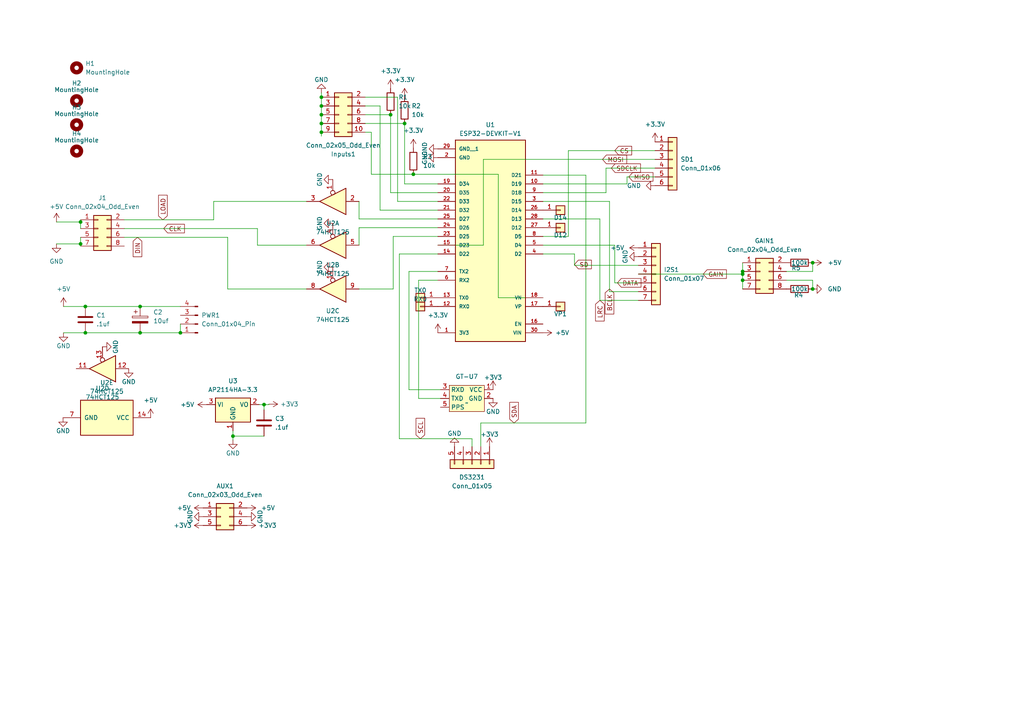
<source format=kicad_sch>
(kicad_sch (version 20230121) (generator eeschema)
  (paper "A4")
  (lib_symbols
    (symbol "74xx:74LS125" (pin_names (offset 1.016))
      (property "Reference" "U" (at 0 1.27 0))
      (property "Value" "74LS125" (at 0 -1.27 0))
      (symbol "74LS125_1_0"
        (polyline (pts (xy -3.81 3.81) (xy -3.81 -3.81) (xy 3.81 0) (xy -3.81 3.81)) (stroke (width 0.254)) (fill (type background)))
        (pin input inverted (at 0 -6.35 90) (length 4.445) (name "~") (number "1"))
        (pin input line (at -7.62 0 0) (length 3.81) (name "~") (number "2"))
        (pin tri_state line (at 7.62 0 180) (length 3.81) (name "~") (number "3"))
      )
      (symbol "74LS125_2_0"
        (polyline (pts (xy -3.81 3.81) (xy -3.81 -3.81) (xy 3.81 0) (xy -3.81 3.81)) (stroke (width 0.254)) (fill (type background)))
        (pin input inverted (at 0 -6.35 90) (length 4.445) (name "~") (number "4"))
        (pin input line (at -7.62 0 0) (length 3.81) (name "~") (number "5"))
        (pin tri_state line (at 7.62 0 180) (length 3.81) (name "~") (number "6"))
      )
      (symbol "74LS125_3_0"
        (polyline (pts (xy -3.81 3.81) (xy -3.81 -3.81) (xy 3.81 0) (xy -3.81 3.81)) (stroke (width 0.254)) (fill (type background)))
        (pin input inverted (at 0 -6.35 90) (length 4.445) (name "~") (number "10"))
        (pin tri_state line (at 7.62 0 180) (length 3.81) (name "~") (number "8"))
        (pin input line (at -7.62 0 0) (length 3.81) (name "~") (number "9"))
      )
      (symbol "74LS125_4_0"
        (polyline (pts (xy -3.81 3.81) (xy -3.81 -3.81) (xy 3.81 0) (xy -3.81 3.81)) (stroke (width 0.254)) (fill (type background)))
        (pin tri_state line (at 7.62 0 180) (length 3.81) (name "~") (number "11"))
        (pin input line (at -7.62 0 0) (length 3.81) (name "~") (number "12"))
        (pin input inverted (at 0 -6.35 90) (length 4.445) (name "~") (number "13"))
      )
      (symbol "74LS125_5_0"
        (pin power_in line (at 0 12.7 270) (length 5.08) (name "VCC") (number "14"))
        (pin power_in line (at 0 -12.7 90) (length 5.08) (name "GND") (number "7"))
      )
      (symbol "74LS125_5_1"
        (rectangle (start -5.08 7.62) (end 5.08 -7.62) (stroke (width 0.254)) (fill (type background)))
      )
    )
    (symbol "Connector:Conn_01x04_Pin" (pin_names (offset 1.016) hide)
      (property "Reference" "J" (at 0 5.08 0))
      (property "Value" "Conn_01x04_Pin" (at 0 -7.62 0))
      (symbol "Conn_01x04_Pin_1_1"
        (polyline (pts (xy 1.27 -5.08) (xy 0.8636 -5.08)) (stroke (width 0.1524)))
        (polyline (pts (xy 1.27 -2.54) (xy 0.8636 -2.54)) (stroke (width 0.1524)))
        (polyline (pts (xy 1.27 0) (xy 0.8636 0)) (stroke (width 0.1524)))
        (polyline (pts (xy 1.27 2.54) (xy 0.8636 2.54)) (stroke (width 0.1524)))
        (rectangle (start 0.8636 -4.953) (end 0 -5.207) (stroke (width 0.1524)) (fill (type outline)))
        (rectangle (start 0.8636 -2.413) (end 0 -2.667) (stroke (width 0.1524)) (fill (type outline)))
        (rectangle (start 0.8636 0.127) (end 0 -0.127) (stroke (width 0.1524)) (fill (type outline)))
        (rectangle (start 0.8636 2.667) (end 0 2.413) (stroke (width 0.1524)) (fill (type outline)))
        (pin passive line (at 5.08 2.54 180) (length 3.81) (name "Pin_1") (number "1"))
        (pin passive line (at 5.08 0 180) (length 3.81) (name "Pin_2") (number "2"))
        (pin passive line (at 5.08 -2.54 180) (length 3.81) (name "Pin_3") (number "3"))
        (pin passive line (at 5.08 -5.08 180) (length 3.81) (name "Pin_4") (number "4"))
      )
    )
    (symbol "Connector_Generic:Conn_01x01" (pin_names (offset 1.016) hide)
      (property "Reference" "J" (at 0 2.54 0))
      (property "Value" "Conn_01x01" (at 0 -2.54 0))
      (symbol "Conn_01x01_1_1"
        (rectangle (start -1.27 0.127) (end 0 -0.127) (stroke (width 0.1524)))
        (rectangle (start -1.27 1.27) (end 1.27 -1.27) (stroke (width 0.254)) (fill (type background)))
        (pin passive line (at -5.08 0 0) (length 3.81) (name "Pin_1") (number "1"))
      )
    )
    (symbol "Connector_Generic:Conn_01x05" (pin_names (offset 1.016) hide)
      (property "Reference" "J" (at 0 7.62 0))
      (property "Value" "Conn_01x05" (at 0 -7.62 0))
      (symbol "Conn_01x05_1_1"
        (rectangle (start -1.27 -4.953) (end 0 -5.207) (stroke (width 0.1524)))
        (rectangle (start -1.27 -2.413) (end 0 -2.667) (stroke (width 0.1524)))
        (rectangle (start -1.27 0.127) (end 0 -0.127) (stroke (width 0.1524)))
        (rectangle (start -1.27 2.667) (end 0 2.413) (stroke (width 0.1524)))
        (rectangle (start -1.27 5.207) (end 0 4.953) (stroke (width 0.1524)))
        (rectangle (start -1.27 6.35) (end 1.27 -6.35) (stroke (width 0.254)) (fill (type background)))
        (pin passive line (at -5.08 5.08 0) (length 3.81) (name "Pin_1") (number "1"))
        (pin passive line (at -5.08 2.54 0) (length 3.81) (name "Pin_2") (number "2"))
        (pin passive line (at -5.08 0 0) (length 3.81) (name "Pin_3") (number "3"))
        (pin passive line (at -5.08 -2.54 0) (length 3.81) (name "Pin_4") (number "4"))
        (pin passive line (at -5.08 -5.08 0) (length 3.81) (name "Pin_5") (number "5"))
      )
    )
    (symbol "Connector_Generic:Conn_01x06" (pin_names (offset 1.016) hide)
      (property "Reference" "J" (at 0 7.62 0))
      (property "Value" "Conn_01x06" (at 0 -10.16 0))
      (symbol "Conn_01x06_1_1"
        (rectangle (start -1.27 -7.493) (end 0 -7.747) (stroke (width 0.1524)))
        (rectangle (start -1.27 -4.953) (end 0 -5.207) (stroke (width 0.1524)))
        (rectangle (start -1.27 -2.413) (end 0 -2.667) (stroke (width 0.1524)))
        (rectangle (start -1.27 0.127) (end 0 -0.127) (stroke (width 0.1524)))
        (rectangle (start -1.27 2.667) (end 0 2.413) (stroke (width 0.1524)))
        (rectangle (start -1.27 5.207) (end 0 4.953) (stroke (width 0.1524)))
        (rectangle (start -1.27 6.35) (end 1.27 -8.89) (stroke (width 0.254)) (fill (type background)))
        (pin passive line (at -5.08 5.08 0) (length 3.81) (name "Pin_1") (number "1"))
        (pin passive line (at -5.08 2.54 0) (length 3.81) (name "Pin_2") (number "2"))
        (pin passive line (at -5.08 0 0) (length 3.81) (name "Pin_3") (number "3"))
        (pin passive line (at -5.08 -2.54 0) (length 3.81) (name "Pin_4") (number "4"))
        (pin passive line (at -5.08 -5.08 0) (length 3.81) (name "Pin_5") (number "5"))
        (pin passive line (at -5.08 -7.62 0) (length 3.81) (name "Pin_6") (number "6"))
      )
    )
    (symbol "Connector_Generic:Conn_01x07" (pin_names (offset 1.016) hide)
      (property "Reference" "J" (at 0 10.16 0))
      (property "Value" "Conn_01x07" (at 0 -10.16 0))
      (symbol "Conn_01x07_1_1"
        (rectangle (start -1.27 -7.493) (end 0 -7.747) (stroke (width 0.1524)))
        (rectangle (start -1.27 -4.953) (end 0 -5.207) (stroke (width 0.1524)))
        (rectangle (start -1.27 -2.413) (end 0 -2.667) (stroke (width 0.1524)))
        (rectangle (start -1.27 0.127) (end 0 -0.127) (stroke (width 0.1524)))
        (rectangle (start -1.27 2.667) (end 0 2.413) (stroke (width 0.1524)))
        (rectangle (start -1.27 5.207) (end 0 4.953) (stroke (width 0.1524)))
        (rectangle (start -1.27 7.747) (end 0 7.493) (stroke (width 0.1524)))
        (rectangle (start -1.27 8.89) (end 1.27 -8.89) (stroke (width 0.254)) (fill (type background)))
        (pin passive line (at -5.08 7.62 0) (length 3.81) (name "Pin_1") (number "1"))
        (pin passive line (at -5.08 5.08 0) (length 3.81) (name "Pin_2") (number "2"))
        (pin passive line (at -5.08 2.54 0) (length 3.81) (name "Pin_3") (number "3"))
        (pin passive line (at -5.08 0 0) (length 3.81) (name "Pin_4") (number "4"))
        (pin passive line (at -5.08 -2.54 0) (length 3.81) (name "Pin_5") (number "5"))
        (pin passive line (at -5.08 -5.08 0) (length 3.81) (name "Pin_6") (number "6"))
        (pin passive line (at -5.08 -7.62 0) (length 3.81) (name "Pin_7") (number "7"))
      )
    )
    (symbol "Connector_Generic:Conn_02x03_Odd_Even" (pin_names (offset 1.016) hide)
      (property "Reference" "J" (at 1.27 5.08 0))
      (property "Value" "Conn_02x03_Odd_Even" (at 1.27 -5.08 0))
      (symbol "Conn_02x03_Odd_Even_1_1"
        (rectangle (start -1.27 -2.413) (end 0 -2.667) (stroke (width 0.1524)))
        (rectangle (start -1.27 0.127) (end 0 -0.127) (stroke (width 0.1524)))
        (rectangle (start -1.27 2.667) (end 0 2.413) (stroke (width 0.1524)))
        (rectangle (start -1.27 3.81) (end 3.81 -3.81) (stroke (width 0.254)) (fill (type background)))
        (rectangle (start 3.81 -2.413) (end 2.54 -2.667) (stroke (width 0.1524)))
        (rectangle (start 3.81 0.127) (end 2.54 -0.127) (stroke (width 0.1524)))
        (rectangle (start 3.81 2.667) (end 2.54 2.413) (stroke (width 0.1524)))
        (pin passive line (at -5.08 2.54 0) (length 3.81) (name "Pin_1") (number "1"))
        (pin passive line (at 7.62 2.54 180) (length 3.81) (name "Pin_2") (number "2"))
        (pin passive line (at -5.08 0 0) (length 3.81) (name "Pin_3") (number "3"))
        (pin passive line (at 7.62 0 180) (length 3.81) (name "Pin_4") (number "4"))
        (pin passive line (at -5.08 -2.54 0) (length 3.81) (name "Pin_5") (number "5"))
        (pin passive line (at 7.62 -2.54 180) (length 3.81) (name "Pin_6") (number "6"))
      )
    )
    (symbol "Connector_Generic:Conn_02x04_Odd_Even" (pin_names (offset 1.016) hide)
      (property "Reference" "J" (at 1.27 5.08 0))
      (property "Value" "Conn_02x04_Odd_Even" (at 1.27 -7.62 0))
      (symbol "Conn_02x04_Odd_Even_1_1"
        (rectangle (start -1.27 -4.953) (end 0 -5.207) (stroke (width 0.1524)))
        (rectangle (start -1.27 -2.413) (end 0 -2.667) (stroke (width 0.1524)))
        (rectangle (start -1.27 0.127) (end 0 -0.127) (stroke (width 0.1524)))
        (rectangle (start -1.27 2.667) (end 0 2.413) (stroke (width 0.1524)))
        (rectangle (start -1.27 3.81) (end 3.81 -6.35) (stroke (width 0.254)) (fill (type background)))
        (rectangle (start 3.81 -4.953) (end 2.54 -5.207) (stroke (width 0.1524)))
        (rectangle (start 3.81 -2.413) (end 2.54 -2.667) (stroke (width 0.1524)))
        (rectangle (start 3.81 0.127) (end 2.54 -0.127) (stroke (width 0.1524)))
        (rectangle (start 3.81 2.667) (end 2.54 2.413) (stroke (width 0.1524)))
        (pin passive line (at -5.08 2.54 0) (length 3.81) (name "Pin_1") (number "1"))
        (pin passive line (at 7.62 2.54 180) (length 3.81) (name "Pin_2") (number "2"))
        (pin passive line (at -5.08 0 0) (length 3.81) (name "Pin_3") (number "3"))
        (pin passive line (at 7.62 0 180) (length 3.81) (name "Pin_4") (number "4"))
        (pin passive line (at -5.08 -2.54 0) (length 3.81) (name "Pin_5") (number "5"))
        (pin passive line (at 7.62 -2.54 180) (length 3.81) (name "Pin_6") (number "6"))
        (pin passive line (at -5.08 -5.08 0) (length 3.81) (name "Pin_7") (number "7"))
        (pin passive line (at 7.62 -5.08 180) (length 3.81) (name "Pin_8") (number "8"))
      )
    )
    (symbol "Connector_Generic:Conn_02x05_Odd_Even" (pin_names (offset 1.016) hide)
      (property "Reference" "J" (at 1.27 7.62 0))
      (property "Value" "Conn_02x05_Odd_Even" (at 1.27 -7.62 0))
      (symbol "Conn_02x05_Odd_Even_1_1"
        (rectangle (start -1.27 -4.953) (end 0 -5.207) (stroke (width 0.1524)))
        (rectangle (start -1.27 -2.413) (end 0 -2.667) (stroke (width 0.1524)))
        (rectangle (start -1.27 0.127) (end 0 -0.127) (stroke (width 0.1524)))
        (rectangle (start -1.27 2.667) (end 0 2.413) (stroke (width 0.1524)))
        (rectangle (start -1.27 5.207) (end 0 4.953) (stroke (width 0.1524)))
        (rectangle (start -1.27 6.35) (end 3.81 -6.35) (stroke (width 0.254)) (fill (type background)))
        (rectangle (start 3.81 -4.953) (end 2.54 -5.207) (stroke (width 0.1524)))
        (rectangle (start 3.81 -2.413) (end 2.54 -2.667) (stroke (width 0.1524)))
        (rectangle (start 3.81 0.127) (end 2.54 -0.127) (stroke (width 0.1524)))
        (rectangle (start 3.81 2.667) (end 2.54 2.413) (stroke (width 0.1524)))
        (rectangle (start 3.81 5.207) (end 2.54 4.953) (stroke (width 0.1524)))
        (pin passive line (at -5.08 5.08 0) (length 3.81) (name "Pin_1") (number "1"))
        (pin passive line (at 7.62 -5.08 180) (length 3.81) (name "Pin_10") (number "10"))
        (pin passive line (at 7.62 5.08 180) (length 3.81) (name "Pin_2") (number "2"))
        (pin passive line (at -5.08 2.54 0) (length 3.81) (name "Pin_3") (number "3"))
        (pin passive line (at 7.62 2.54 180) (length 3.81) (name "Pin_4") (number "4"))
        (pin passive line (at -5.08 0 0) (length 3.81) (name "Pin_5") (number "5"))
        (pin passive line (at 7.62 0 180) (length 3.81) (name "Pin_6") (number "6"))
        (pin passive line (at -5.08 -2.54 0) (length 3.81) (name "Pin_7") (number "7"))
        (pin passive line (at 7.62 -2.54 180) (length 3.81) (name "Pin_8") (number "8"))
        (pin passive line (at -5.08 -5.08 0) (length 3.81) (name "Pin_9") (number "9"))
      )
    )
    (symbol "Device:C" (pin_numbers hide) (pin_names (offset 0.254))
      (property "Reference" "C" (at 0.635 2.54 0))
      (property "Value" "C" (at 0.635 -2.54 0))
      (symbol "C_0_1"
        (polyline (pts (xy -2.032 -0.762) (xy 2.032 -0.762)) (stroke (width 0.508)))
        (polyline (pts (xy -2.032 0.762) (xy 2.032 0.762)) (stroke (width 0.508)))
      )
      (symbol "C_1_1"
        (pin passive line (at 0 3.81 270) (length 2.794) (name "~") (number "1"))
        (pin passive line (at 0 -3.81 90) (length 2.794) (name "~") (number "2"))
      )
    )
    (symbol "Device:C_Polarized" (pin_numbers hide) (pin_names (offset 0.254))
      (property "Reference" "C" (at 0.635 2.54 0))
      (property "Value" "C_Polarized" (at 0.635 -2.54 0))
      (symbol "C_Polarized_0_1"
        (rectangle (start -2.286 0.508) (end 2.286 1.016))
        (polyline (pts (xy -1.778 2.286) (xy -0.762 2.286)))
        (polyline (pts (xy -1.27 2.794) (xy -1.27 1.778)))
        (rectangle (start 2.286 -0.508) (end -2.286 -1.016) (fill (type outline)))
      )
      (symbol "C_Polarized_1_1"
        (pin passive line (at 0 3.81 270) (length 2.794) (name "~") (number "1"))
        (pin passive line (at 0 -3.81 90) (length 2.794) (name "~") (number "2"))
      )
    )
    (symbol "Device:R" (pin_numbers hide) (pin_names (offset 0))
      (property "Reference" "R" (at 2.032 0 90))
      (property "Value" "R" (at 0 0 90))
      (symbol "R_0_1"
        (rectangle (start -1.016 -2.54) (end 1.016 2.54) (stroke (width 0.254)))
      )
      (symbol "R_1_1"
        (pin passive line (at 0 3.81 270) (length 1.27) (name "~") (number "1"))
        (pin passive line (at 0 -3.81 90) (length 1.27) (name "~") (number "2"))
      )
    )
    (symbol "ESP32-DEVKIT-V1:ESP32-DEVKIT-V1" (pin_names (offset 1.016))
      (property "Reference" "U" (at -10.16 30.48 0))
      (property "Value" "ESP32-DEVKIT-V1" (at -10.16 -33.02 0))
      (symbol "ESP32-DEVKIT-V1_0_0"
        (rectangle (start -10.16 -30.48) (end 10.16 27.94) (stroke (width 0.254)) (fill (type background)))
        (pin output line (at 15.24 25.4 180) (length 5.08) (name "3V3") (number "1"))
        (pin bidirectional line (at -15.24 -17.78 0) (length 5.08) (name "D19") (number "10"))
        (pin bidirectional line (at -15.24 -20.32 0) (length 5.08) (name "D21") (number "11"))
        (pin input line (at 15.24 17.78 180) (length 5.08) (name "RX0") (number "12"))
        (pin output line (at 15.24 15.24 180) (length 5.08) (name "TX0") (number "13"))
        (pin bidirectional line (at 15.24 2.54 180) (length 5.08) (name "D22") (number "14"))
        (pin bidirectional line (at 15.24 0 180) (length 5.08) (name "D23") (number "15"))
        (pin input line (at -15.24 22.86 0) (length 5.08) (name "EN") (number "16"))
        (pin bidirectional line (at -15.24 17.78 0) (length 5.08) (name "VP") (number "17"))
        (pin bidirectional line (at -15.24 15.24 0) (length 5.08) (name "VN") (number "18"))
        (pin bidirectional line (at 15.24 -17.78 180) (length 5.08) (name "D34") (number "19"))
        (pin power_in line (at 15.24 -25.4 180) (length 5.08) (name "GND") (number "2"))
        (pin bidirectional line (at 15.24 -15.24 180) (length 5.08) (name "D35") (number "20"))
        (pin bidirectional line (at 15.24 -10.16 180) (length 5.08) (name "D32") (number "21"))
        (pin bidirectional line (at 15.24 -12.7 180) (length 5.08) (name "D33") (number "22"))
        (pin bidirectional line (at 15.24 -2.54 180) (length 5.08) (name "D25") (number "23"))
        (pin bidirectional line (at 15.24 -5.08 180) (length 5.08) (name "D26") (number "24"))
        (pin bidirectional line (at 15.24 -7.62 180) (length 5.08) (name "D27") (number "25"))
        (pin bidirectional line (at -15.24 -10.16 0) (length 5.08) (name "D14") (number "26"))
        (pin bidirectional line (at -15.24 -5.08 0) (length 5.08) (name "D12") (number "27"))
        (pin bidirectional line (at -15.24 -7.62 0) (length 5.08) (name "D13") (number "28"))
        (pin power_in line (at 15.24 -27.94 180) (length 5.08) (name "GND__1") (number "29"))
        (pin bidirectional line (at -15.24 -12.7 0) (length 5.08) (name "D15") (number "3"))
        (pin input line (at -15.24 25.4 0) (length 5.08) (name "VIN") (number "30"))
        (pin bidirectional line (at -15.24 2.54 0) (length 5.08) (name "D2") (number "4"))
        (pin bidirectional line (at -15.24 0 0) (length 5.08) (name "D4") (number "5"))
        (pin input line (at 15.24 10.16 180) (length 5.08) (name "RX2") (number "6"))
        (pin output line (at 15.24 7.62 180) (length 5.08) (name "TX2") (number "7"))
        (pin bidirectional line (at -15.24 -2.54 0) (length 5.08) (name "D5") (number "8"))
        (pin bidirectional line (at -15.24 -15.24 0) (length 5.08) (name "D18") (number "9"))
      )
    )
    (symbol "GT-U7_GPS:GT-U7"
      (property "Reference" "U" (at -2.54 6.35 0))
      (symbol "GT-U7_1_1"
        (polyline (pts (xy -5.08 5.08) (xy 5.08 5.08) (xy 5.08 -2.54) (xy -5.08 -2.54) (xy -5.08 5.08)) (fill (type background)))
        (pin input line (at 7.62 3.81 180) (length 2.54) (name "VCC") (number "1"))
        (pin input line (at 7.62 1.27 180) (length 2.54) (name "GND") (number "2"))
        (pin input line (at -7.62 3.81 0) (length 2.54) (name "RXD") (number "3"))
        (pin input line (at -7.62 1.27 0) (length 2.54) (name "TXD") (number "4"))
        (pin input line (at -7.62 -1.27 0) (length 2.54) (name "PPS") (number "5"))
      )
    )
    (symbol "Mechanical:MountingHole" (pin_names (offset 1.016))
      (property "Reference" "H" (at 0 5.08 0))
      (property "Value" "MountingHole" (at 0 3.175 0))
      (symbol "MountingHole_0_1"
        (circle (center 0 0) (radius 1.27) (stroke (width 1.27)))
      )
    )
    (symbol "Regulator_Linear:AMS1117-3.3"
      (property "Reference" "U" (at -3.81 3.175 0))
      (property "Value" "AMS1117-3.3" (at 0 3.175 0))
      (symbol "AMS1117-3.3_0_1"
        (rectangle (start -5.08 -5.08) (end 5.08 1.905) (stroke (width 0.254)) (fill (type background)))
      )
      (symbol "AMS1117-3.3_1_1"
        (pin power_in line (at 0 -7.62 90) (length 2.54) (name "GND") (number "1"))
        (pin power_out line (at 7.62 0 180) (length 2.54) (name "VO") (number "2"))
        (pin power_in line (at -7.62 0 0) (length 2.54) (name "VI") (number "3"))
      )
    )
    (symbol "power:+3.3V" (power) (pin_names (offset 0))
      (property "Value" "+3.3V" (at 0 3.556 0))
      (symbol "+3.3V_0_1"
        (polyline (pts (xy -0.762 1.27) (xy 0 2.54)))
        (polyline (pts (xy 0 0) (xy 0 2.54)))
        (polyline (pts (xy 0 2.54) (xy 0.762 1.27)))
      )
      (symbol "+3.3V_1_1"
        (pin power_in line (at 0 0 90) (length 0) hide (name "+3.3V") (number "1"))
      )
    )
    (symbol "power:+3V3" (power) (pin_names (offset 0))
      (property "Value" "+3V3" (at 0 3.556 0))
      (symbol "+3V3_0_1"
        (polyline (pts (xy -0.762 1.27) (xy 0 2.54)))
        (polyline (pts (xy 0 0) (xy 0 2.54)))
        (polyline (pts (xy 0 2.54) (xy 0.762 1.27)))
      )
      (symbol "+3V3_1_1"
        (pin power_in line (at 0 0 90) (length 0) hide (name "+3V3") (number "1"))
      )
    )
    (symbol "power:+5V" (power) (pin_names (offset 0))
      (property "Value" "+5V" (at 0 3.556 0))
      (symbol "+5V_0_1"
        (polyline (pts (xy -0.762 1.27) (xy 0 2.54)))
        (polyline (pts (xy 0 0) (xy 0 2.54)))
        (polyline (pts (xy 0 2.54) (xy 0.762 1.27)))
      )
      (symbol "+5V_1_1"
        (pin power_in line (at 0 0 90) (length 0) hide (name "+5V") (number "1"))
      )
    )
    (symbol "power:GND" (power) (pin_names (offset 0))
      (property "Value" "GND" (at 0 -3.81 0))
      (symbol "GND_0_1"
        (polyline (pts (xy 0 0) (xy 0 -1.27) (xy 1.27 -1.27) (xy 0 -2.54) (xy -1.27 -1.27) (xy 0 -1.27)))
      )
      (symbol "GND_1_1"
        (pin power_in line (at 0 0 270) (length 0) hide (name "GND") (number "1"))
      )
    )
  )
  (junction (at 93.218 30.734))
  (junction (at 235.712 83.82))
  (junction (at 24.765 96.52))
  (junction (at 93.218 28.194))
  (junction (at 76.581 117.348))
  (junction (at 215.392 79.502))
  (junction (at 40.64 96.52))
  (junction (at 93.218 33.274))
  (junction (at 215.392 78.74))
  (junction (at 52.324 96.52))
  (junction (at 215.392 81.28))
  (junction (at 40.64 88.9))
  (junction (at 119.888 50.546))
  (junction (at 23.368 70.739))
  (junction (at 93.218 35.814))
  (junction (at 24.765 88.9))
  (junction (at 113.284 33.274))
  (junction (at 23.368 64.389))
  (junction (at 93.218 38.354))
  (junction (at 117.348 35.814))
  (junction (at 235.712 76.2))
  (junction (at 67.564 126.492))
  (wire (pts (xy 16.383 70.739) (xy 23.368 70.739)))
  (wire (pts (xy 157.48 73.66) (xy 166.624 73.66)))
  (wire (pts (xy 113.284 55.88) (xy 113.284 33.274)))
  (wire (pts (xy 136.906 129.54) (xy 136.906 127.254)))
  (wire (pts (xy 139.446 122.682) (xy 169.926 122.682)))
  (wire (pts (xy 157.48 68.58) (xy 164.846 68.58)))
  (wire (pts (xy 181.864 51.308) (xy 189.992 51.308)))
  (wire (pts (xy 140.208 46.228) (xy 140.208 71.12)))
  (wire (pts (xy 173.99 87.122) (xy 185.166 87.122)))
  (wire (pts (xy 235.712 78.74) (xy 228.092 78.74)))
  (wire (pts (xy 107.696 50.546) (xy 107.696 38.354)))
  (wire (pts (xy 127 55.88) (xy 113.284 55.88)))
  (wire (pts (xy 18.415 88.9) (xy 24.765 88.9)))
  (wire (pts (xy 24.765 96.52) (xy 40.64 96.52)))
  (wire (pts (xy 67.564 124.968) (xy 67.564 126.492)))
  (wire (pts (xy 166.624 73.66) (xy 166.624 76.962)))
  (wire (pts (xy 105.918 28.194) (xy 115.316 28.194)))
  (wire (pts (xy 175.768 55.88) (xy 157.48 55.88)))
  (wire (pts (xy 118.618 113.03) (xy 127.762 113.03)))
  (wire (pts (xy 23.368 63.754) (xy 23.368 64.389)))
  (wire (pts (xy 127 81.28) (xy 121.412 81.28)))
  (wire (pts (xy 113.284 33.274) (xy 105.918 33.274)))
  (wire (pts (xy 169.926 50.8) (xy 157.48 50.8)))
  (wire (pts (xy 178.308 82.042) (xy 178.308 71.12)))
  (wire (pts (xy 115.316 28.194) (xy 115.316 58.42)))
  (wire (pts (xy 66.04 83.82) (xy 88.9 83.82)))
  (wire (pts (xy 119.888 50.546) (xy 107.696 50.546)))
  (wire (pts (xy 77.978 117.348) (xy 77.978 117.221)))
  (wire (pts (xy 105.918 35.814) (xy 117.348 35.814)))
  (wire (pts (xy 36.068 68.834) (xy 66.04 68.834)))
  (wire (pts (xy 235.712 76.2) (xy 235.712 78.74)))
  (wire (pts (xy 67.564 126.492) (xy 76.581 126.492)))
  (wire (pts (xy 235.712 81.28) (xy 235.712 83.82)))
  (wire (pts (xy 228.092 81.28) (xy 235.712 81.28)))
  (wire (pts (xy 93.218 30.734) (xy 93.218 33.274)))
  (wire (pts (xy 115.316 58.42) (xy 127 58.42)))
  (wire (pts (xy 166.624 76.962) (xy 185.166 76.962)))
  (wire (pts (xy 175.768 48.768) (xy 175.768 55.88)))
  (wire (pts (xy 185.166 84.582) (xy 176.784 84.582)))
  (wire (pts (xy 93.218 28.194) (xy 93.218 30.734)))
  (wire (pts (xy 157.48 58.42) (xy 176.784 58.42)))
  (wire (pts (xy 169.926 122.682) (xy 169.926 50.8)))
  (wire (pts (xy 23.368 64.389) (xy 23.368 66.294)))
  (wire (pts (xy 61.976 63.754) (xy 36.068 63.754)))
  (wire (pts (xy 74.676 71.12) (xy 74.676 66.294)))
  (wire (pts (xy 215.392 79.502) (xy 215.392 81.28)))
  (wire (pts (xy 93.218 33.274) (xy 93.218 35.814)))
  (wire (pts (xy 139.446 129.54) (xy 139.446 122.682)))
  (wire (pts (xy 104.14 83.82) (xy 114.046 83.82)))
  (wire (pts (xy 178.308 71.12) (xy 157.48 71.12)))
  (wire (pts (xy 61.976 58.42) (xy 61.976 63.754)))
  (wire (pts (xy 93.218 39.497) (xy 93.218 38.354)))
  (wire (pts (xy 18.415 96.52) (xy 24.765 96.52)))
  (wire (pts (xy 118.618 78.74) (xy 118.618 113.03)))
  (wire (pts (xy 185.166 79.502) (xy 215.392 79.502)))
  (wire (pts (xy 40.64 88.9) (xy 52.324 88.9)))
  (wire (pts (xy 107.696 38.354) (xy 105.918 38.354)))
  (wire (pts (xy 75.184 117.348) (xy 76.581 117.348)))
  (wire (pts (xy 164.846 43.688) (xy 189.992 43.688)))
  (wire (pts (xy 164.846 68.58) (xy 164.846 43.688)))
  (wire (pts (xy 144.526 86.36) (xy 144.526 50.546)))
  (wire (pts (xy 76.581 117.348) (xy 77.978 117.348)))
  (wire (pts (xy 88.9 58.42) (xy 61.976 58.42)))
  (wire (pts (xy 76.581 118.872) (xy 76.581 117.348)))
  (wire (pts (xy 23.368 68.834) (xy 23.368 70.739)))
  (wire (pts (xy 115.824 73.66) (xy 115.824 127.254)))
  (wire (pts (xy 67.564 126.492) (xy 67.564 127.635)))
  (wire (pts (xy 52.324 93.98) (xy 52.324 96.52)))
  (wire (pts (xy 215.392 78.74) (xy 215.392 76.2)))
  (wire (pts (xy 93.218 26.924) (xy 93.218 28.194)))
  (wire (pts (xy 110.236 60.96) (xy 110.236 30.734)))
  (wire (pts (xy 24.765 88.9) (xy 40.64 88.9)))
  (wire (pts (xy 23.368 70.739) (xy 23.368 71.374)))
  (wire (pts (xy 115.824 127.254) (xy 136.906 127.254)))
  (wire (pts (xy 189.992 48.768) (xy 175.768 48.768)))
  (wire (pts (xy 189.992 46.228) (xy 140.208 46.228)))
  (wire (pts (xy 110.236 30.734) (xy 105.918 30.734)))
  (wire (pts (xy 114.046 83.82) (xy 114.046 68.58)))
  (wire (pts (xy 114.046 68.58) (xy 127 68.58)))
  (wire (pts (xy 181.864 53.34) (xy 181.864 51.308)))
  (wire (pts (xy 117.348 53.34) (xy 127 53.34)))
  (wire (pts (xy 127 60.96) (xy 110.236 60.96)))
  (wire (pts (xy 121.412 81.28) (xy 121.412 115.57)))
  (wire (pts (xy 88.9 71.12) (xy 74.676 71.12)))
  (wire (pts (xy 176.784 58.42) (xy 176.784 84.582)))
  (wire (pts (xy 157.48 53.34) (xy 181.864 53.34)))
  (wire (pts (xy 127 66.04) (xy 104.14 66.04)))
  (wire (pts (xy 66.04 68.834) (xy 66.04 83.82)))
  (wire (pts (xy 215.392 79.502) (xy 215.392 78.74)))
  (wire (pts (xy 127 78.74) (xy 118.618 78.74)))
  (wire (pts (xy 16.383 64.389) (xy 23.368 64.389)))
  (wire (pts (xy 127 73.66) (xy 115.824 73.66)))
  (wire (pts (xy 117.348 35.814) (xy 117.348 53.34)))
  (wire (pts (xy 215.392 81.28) (xy 215.392 83.82)))
  (wire (pts (xy 157.48 86.36) (xy 144.526 86.36)))
  (wire (pts (xy 74.676 66.294) (xy 36.068 66.294)))
  (wire (pts (xy 173.99 63.5) (xy 173.99 87.122)))
  (wire (pts (xy 104.14 63.5) (xy 127 63.5)))
  (wire (pts (xy 157.48 63.5) (xy 173.99 63.5)))
  (wire (pts (xy 140.208 71.12) (xy 127 71.12)))
  (wire (pts (xy 144.526 50.546) (xy 119.888 50.546)))
  (wire (pts (xy 104.14 66.04) (xy 104.14 71.12)))
  (wire (pts (xy 121.412 115.57) (xy 127.762 115.57)))
  (wire (pts (xy 178.308 82.042) (xy 185.166 82.042)))
  (wire (pts (xy 40.64 96.52) (xy 52.324 96.52)))
  (wire (pts (xy 104.14 58.42) (xy 104.14 63.5)))
  (wire (pts (xy 93.218 35.814) (xy 93.218 38.354)))
  (global_label "CS" (shape input) (at 178.308 43.688 0) (property "Intersheetrefs" "${INTERSHEET_REFS}" (effects hide)))
  (global_label "MOSI" (shape input) (at 174.752 46.228 0) (property "Intersheetrefs" "${INTERSHEET_REFS}" (effects hide)))
  (global_label "CLK" (shape input) (at 47.498 66.294 0) (property "Intersheetrefs" "${INTERSHEET_REFS}" (effects hide)))
  (global_label "GAIN" (shape input) (at 203.962 79.502 0) (property "Intersheetrefs" "${INTERSHEET_REFS}" (effects hide)))
  (global_label "BCLK" (shape input) (at 176.784 83.82 270) (property "Intersheetrefs" "${INTERSHEET_REFS}" (effects hide)))
  (global_label "LRC" (shape input) (at 173.99 87.122 270) (property "Intersheetrefs" "${INTERSHEET_REFS}" (effects hide)))
  (global_label "SD" (shape input) (at 166.624 76.708 0) (property "Intersheetrefs" "${INTERSHEET_REFS}" (effects hide)))
  (global_label "SDA" (shape input) (at 149.098 122.682 90) (property "Intersheetrefs" "${INTERSHEET_REFS}" (effects hide)))
  (global_label "DATA" (shape input) (at 179.07 82.042 0) (property "Intersheetrefs" "${INTERSHEET_REFS}" (effects hide)))
  (global_label "MISO" (shape input) (at 182.372 51.308 0) (property "Intersheetrefs" "${INTERSHEET_REFS}" (effects hide)))
  (global_label "LOAD" (shape input) (at 47.244 63.754 90) (property "Intersheetrefs" "${INTERSHEET_REFS}" (effects hide)))
  (global_label "SCL" (shape input) (at 121.92 127.254 90) (property "Intersheetrefs" "${INTERSHEET_REFS}" (effects hide)))
  (global_label "DIN" (shape input) (at 39.878 68.834 270) (property "Intersheetrefs" "${INTERSHEET_REFS}" (effects hide)))
  (global_label "SDCLK" (shape input) (at 177.292 48.768 0) (property "Intersheetrefs" "${INTERSHEET_REFS}" (effects hide)))
  (symbol (lib_id "power:+5V") (at 157.48 96.52 270) (unit 1)
    (property "Reference" "#PWR013" (effects hide))
    (property "Value" "+5V" (at 161.036 96.52 90) (effects (justify left)))
  )
  (symbol (lib_id "power:GND") (at 235.712 83.82 90) (unit 1)
    (property "Reference" "#PWR029" (effects hide))
    (property "Value" "GND" (at 240.03 83.82 90) (effects (justify right)))
  )
  (symbol (lib_id "GT-U7_GPS:GT-U7") (at 135.382 116.84 0) (unit 1)
    (property "Reference" "GT-U7" (at 135.382 109.22 0))
    (property "Value" "~" (at 135.382 116.84 0))
    (property "Footprint" "GT-U7_GPS:GT-U7_GPS" (effects hide))
  )
  (symbol (lib_id "Connector_Generic:Conn_01x01") (at 162.56 66.04 0) (unit 1)
    (property "Reference" "D12" (at 162.56 68.199 0))
    (property "Value" "Conn_01x01" (effects hide))
    (property "Footprint" "footprints:1x01" (effects hide))
  )
  (symbol (lib_id "power:GND") (at 96.52 77.47 270) (unit 1)
    (property "Reference" "#PWR08" (effects hide))
    (property "Value" "GND" (at 92.71 77.47 0))
  )
  (symbol (lib_id "74xx:74LS125") (at 96.52 83.82 180) (unit 3)
    (property "Reference" "U2" (at 96.52 90.17 0))
    (property "Value" "74HCT125" (at 96.52 92.71 0))
    (property "Footprint" "Package_DIP:DIP-14_W7.62mm" (effects hide))
    (property "Datasheet" "http://www.ti.com/lit/gpn/sn74LS125" (effects hide))
  )
  (symbol (lib_id "Connector_Generic:Conn_01x01") (at 162.56 88.9 0) (unit 1)
    (property "Reference" "VP1" (at 162.56 91.059 0))
    (property "Value" "Conn_01x01" (effects hide))
    (property "Footprint" "footprints:1x01" (effects hide))
  )
  (symbol (lib_id "Connector:Conn_01x04_Pin") (at 57.404 93.98 180) (unit 1)
    (property "Reference" "PWR1" (at 58.42 91.44 0) (effects (justify right)))
    (property "Value" "Conn_01x04_Pin" (at 58.42 93.98 0) (effects (justify right)))
    (property "Footprint" "Connector_PinHeader_2.54mm:PinHeader_1x04_P2.54mm_Vertical" (effects hide))
  )
  (symbol (lib_id "power:GND") (at 143.002 115.57 0) (unit 1)
    (property "Reference" "#PWR015" (effects hide))
    (property "Value" "GND" (at 143.002 119.38 0))
  )
  (symbol (lib_id "Connector_Generic:Conn_01x01") (at 162.56 60.96 0) (unit 1)
    (property "Reference" "D14" (at 162.56 63.119 0))
    (property "Value" "Conn_01x01" (effects hide))
    (property "Footprint" "footprints:1x01" (effects hide))
  )
  (symbol (lib_id "Device:R") (at 231.902 76.2 90) (unit 1)
    (property "Reference" "R5" (at 230.886 77.724 90))
    (property "Value" "100k" (at 231.902 76.2 90))
    (property "Footprint" "Resistor_SMD:R_0805_2012Metric_Pad1.20x1.40mm_HandSolder" (effects hide))
  )
  (symbol (lib_id "power:GND") (at 96.52 52.07 270) (unit 1)
    (property "Reference" "#PWR010" (effects hide))
    (property "Value" "GND" (at 92.71 52.07 0))
  )
  (symbol (lib_id "Device:R") (at 119.888 46.736 0) (unit 1)
    (property "Reference" "R3" (at 122.682 45.466 0) (effects (justify left)))
    (property "Value" "10k" (at 122.682 48.006 0) (effects (justify left)))
    (property "Footprint" "Resistor_SMD:R_0805_2012Metric_Pad1.20x1.40mm_HandSolder" (effects hide))
  )
  (symbol (lib_id "Connector_Generic:Conn_01x06") (at 195.072 46.228 0) (unit 1)
    (property "Reference" "SD1" (at 197.358 46.228 0) (effects (justify left)))
    (property "Value" "Conn_01x06" (at 197.358 48.768 0) (effects (justify left)))
    (property "Footprint" "Connector_PinHeader_2.54mm:PinHeader_1x06_P2.54mm_Vertical" (effects hide))
  )
  (symbol (lib_id "Connector_Generic:Conn_02x04_Odd_Even") (at 28.448 66.294 0) (unit 1)
    (property "Reference" "J1" (at 29.718 57.404 0))
    (property "Value" "Conn_02x04_Odd_Even" (at 29.718 59.944 0))
    (property "Footprint" "Connector_PinSocket_2.54mm:PinSocket_2x04_P2.54mm_Vertical" (effects hide))
  )
  (symbol (lib_id "power:GND") (at 67.564 127.635 0) (unit 1)
    (property "Reference" "#PWR020" (effects hide))
    (property "Value" "GND" (at 67.564 131.445 0))
  )
  (symbol (lib_id "Connector_Generic:Conn_02x03_Odd_Even") (at 64.008 149.86 0) (unit 1)
    (property "Reference" "AUX1" (at 65.278 140.97 0))
    (property "Value" "Conn_02x03_Odd_Even" (at 65.278 143.51 0))
    (property "Footprint" "Connector_PinHeader_2.54mm:PinHeader_2x03_P2.54mm_Vertical" (effects hide))
  )
  (symbol (lib_id "power:GND") (at 71.628 149.86 90) (unit 1)
    (property "Reference" "#PWR033" (effects hide))
    (property "Value" "GND" (at 75.438 149.86 0))
  )
  (symbol (lib_id "power:+5V") (at 185.166 71.882 90) (unit 1)
    (property "Reference" "#PWR021" (effects hide))
    (property "Value" "+5V" (at 181.102 71.882 90) (effects (justify left)))
  )
  (symbol (lib_id "power:+3V3") (at 143.002 113.03 0) (unit 1)
    (property "Reference" "#PWR0101" (effects hide))
    (property "Value" "+3V3" (at 143.002 109.474 0))
  )
  (symbol (lib_id "power:GND") (at 37.338 106.934 0) (unit 1)
    (property "Reference" "#PWR06" (effects hide))
    (property "Value" "GND" (at 37.338 110.744 0))
  )
  (symbol (lib_id "power:+3.3V") (at 189.992 41.148 0) (unit 1)
    (property "Reference" "#PWR023" (effects hide))
    (property "Value" "+3.3V" (at 189.992 36.068 0))
  )
  (symbol (lib_id "power:GND") (at 93.218 26.924 180) (unit 1)
    (property "Reference" "#PWR018" (effects hide))
    (property "Value" "GND" (at 93.218 23.114 0))
  )
  (symbol (lib_id "power:+5V") (at 58.928 147.32 90) (unit 1)
    (property "Reference" "#PWR034" (effects hide))
    (property "Value" "+5V" (at 55.372 147.32 90) (effects (justify left)))
  )
  (symbol (lib_id "Device:C") (at 76.581 122.682 0) (unit 1)
    (property "Reference" "C3" (at 79.756 121.412 0) (effects (justify left)))
    (property "Value" ".1uf" (at 79.756 123.952 0) (effects (justify left)))
    (property "Footprint" "Capacitor_SMD:C_0805_2012Metric_Pad1.18x1.45mm_HandSolder" (effects hide))
  )
  (symbol (lib_id "74xx:74LS125") (at 30.988 121.158 270) (unit 5)
    (property "Reference" "U2" (at 30.988 110.998 90))
    (property "Value" "74HCT125" (at 30.988 113.538 90))
    (property "Footprint" "Package_DIP:DIP-14_W7.62mm" (effects hide))
    (property "Datasheet" "http://www.ti.com/lit/gpn/sn74LS125" (effects hide))
  )
  (symbol (lib_id "power:GND") (at 127 43.18 270) (unit 1)
    (property "Reference" "#PWR012" (effects hide))
    (property "Value" "GND" (at 123.19 43.18 0))
  )
  (symbol (lib_id "power:+5V") (at 43.688 121.158 0) (unit 1)
    (property "Reference" "#PWR02" (effects hide))
    (property "Value" "+5V" (at 43.688 116.078 0))
  )
  (symbol (lib_id "74xx:74LS125") (at 29.718 106.934 180) (unit 4)
    (property "Reference" "U2" (at 29.718 112.649 0))
    (property "Value" "74HCT125" (at 29.718 115.189 0))
    (property "Footprint" "Package_DIP:DIP-14_W7.62mm" (effects hide))
    (property "Datasheet" "http://www.ti.com/lit/gpn/sn74LS125" (effects hide))
  )
  (symbol (lib_id "74xx:74LS125") (at 96.52 58.42 180) (unit 1)
    (property "Reference" "U2" (at 96.52 64.77 0))
    (property "Value" "74HCT125" (at 96.52 67.31 0))
    (property "Footprint" "Package_DIP:DIP-14_W7.62mm" (effects hide))
    (property "Datasheet" "http://www.ti.com/lit/gpn/sn74LS125" (effects hide))
  )
  (symbol (lib_id "Connector_Generic:Conn_01x05") (at 136.906 134.62 270) (unit 1)
    (property "Reference" "DS3231" (at 136.906 138.43 90))
    (property "Value" "Conn_01x05" (at 136.906 140.97 90))
    (property "Footprint" "Connector_PinHeader_2.54mm:PinHeader_1x05_P2.54mm_Vertical" (effects hide))
  )
  (symbol (lib_id "power:+3V3") (at 77.978 117.221 270) (unit 1)
    (property "Reference" "#PWR014" (effects hide))
    (property "Value" "+3V3" (at 81.28 117.221 90) (effects (justify left)))
  )
  (symbol (lib_id "Connector_Generic:Conn_02x04_Odd_Even") (at 220.472 78.74 0) (unit 1)
    (property "Reference" "GAIN1" (at 221.742 69.85 0))
    (property "Value" "Conn_02x04_Odd_Even" (at 221.742 72.39 0))
    (property "Footprint" "Connector_PinHeader_2.54mm:PinHeader_2x04_P2.54mm_Vertical" (effects hide))
  )
  (symbol (lib_id "power:+3V3") (at 141.986 129.54 0) (unit 1)
    (property "Reference" "#PWR017" (effects hide))
    (property "Value" "+3V3" (at 141.986 125.984 0))
  )
  (symbol (lib_id "power:+5V") (at 71.628 147.32 270) (unit 1)
    (property "Reference" "#PWR032" (effects hide))
    (property "Value" "+5V" (at 75.692 147.32 90) (effects (justify left)))
  )
  (symbol (lib_id "power:+5V") (at 235.712 76.2 270) (unit 1)
    (property "Reference" "#PWR030" (effects hide))
    (property "Value" "+5V" (at 240.03 76.2 90) (effects (justify left)))
  )
  (symbol (lib_id "power:+3.3V") (at 117.348 28.194 0) (unit 1)
    (property "Reference" "#PWR027" (effects hide))
    (property "Value" "+3.3V" (at 117.348 23.114 0))
  )
  (symbol (lib_id "Device:C_Polarized") (at 40.64 92.71 0) (unit 1)
    (property "Reference" "C2" (at 44.45 90.551 0) (effects (justify left)))
    (property "Value" "10uf" (at 44.45 93.091 0) (effects (justify left)))
    (property "Footprint" "Capacitor_THT:CP_Radial_D4.0mm_P2.00mm" (effects hide))
  )
  (symbol (lib_id "power:+3.3V") (at 113.284 25.654 0) (unit 1)
    (property "Reference" "#PWR026" (effects hide))
    (property "Value" "+3.3V" (at 113.284 20.574 0))
  )
  (symbol (lib_id "Connector_Generic:Conn_01x01") (at 121.92 88.9 180) (unit 1)
    (property "Reference" "RX0" (at 121.92 86.741 0))
    (property "Value" "Conn_01x01" (effects hide))
    (property "Footprint" "footprints:1x01" (effects hide))
  )
  (symbol (lib_id "Connector_Generic:Conn_01x01") (at 121.92 86.36 180) (unit 1)
    (property "Reference" "TX0" (at 121.92 84.201 0))
    (property "Value" "Conn_01x01" (effects hide))
    (property "Footprint" "footprints:1x01" (effects hide))
  )
  (symbol (lib_id "power:GND") (at 131.826 129.54 180) (unit 1)
    (property "Reference" "#PWR016" (effects hide))
    (property "Value" "GND" (at 131.826 125.73 0))
  )
  (symbol (lib_id "power:GND") (at 58.928 149.86 270) (unit 1)
    (property "Reference" "#PWR031" (effects hide))
    (property "Value" "GND" (at 55.118 149.86 0))
  )
  (symbol (lib_id "power:+3V3") (at 58.928 152.4 90) (unit 1)
    (property "Reference" "#PWR036" (effects hide))
    (property "Value" "+3V3" (at 55.626 152.4 90) (effects (justify left)))
  )
  (symbol (lib_id "Mechanical:MountingHole") (at 22.225 29.21 0) (unit 1)
    (property "Reference" "H2" (at 22.225 24.13 0))
    (property "Value" "MountingHole" (at 22.225 26.035 0))
    (property "Footprint" "MountingHole:MountingHole_3.2mm_M3" (effects hide))
  )
  (symbol (lib_id "Regulator_Linear:AMS1117-3.3") (at 67.564 117.348 0) (unit 1)
    (property "Reference" "U3" (at 67.564 110.49 0))
    (property "Value" "AP2114HA-3.3" (at 67.564 113.03 0))
    (property "Footprint" "Package_TO_SOT_SMD:SOT-223-3_TabPin2" (effects hide))
    (property "Datasheet" "http://www.advanced-monolithic.com/pdf/ds1117.pdf" (effects hide))
  )
  (symbol (lib_id "power:+3V3") (at 71.628 152.4 270) (unit 1)
    (property "Reference" "#PWR035" (effects hide))
    (property "Value" "+3V3" (at 74.93 152.4 90) (effects (justify left)))
  )
  (symbol (lib_id "power:GND") (at 18.288 121.158 0) (unit 1)
    (property "Reference" "#PWR01" (effects hide))
    (property "Value" "GND" (at 18.288 124.968 0))
  )
  (symbol (lib_id "power:GND") (at 29.718 100.584 90) (unit 1)
    (property "Reference" "#PWR07" (effects hide))
    (property "Value" "GND" (at 33.528 100.584 0))
  )
  (symbol (lib_id "power:GND") (at 18.415 96.52 0) (unit 1)
    (property "Reference" "#PWR0102" (effects hide))
    (property "Value" "GND" (at 18.415 100.33 0))
  )
  (symbol (lib_id "Device:R") (at 117.348 32.004 0) (unit 1)
    (property "Reference" "R2" (at 119.38 30.734 0) (effects (justify left)))
    (property "Value" "10k" (at 119.38 33.274 0) (effects (justify left)))
    (property "Footprint" "Resistor_SMD:R_0805_2012Metric_Pad1.20x1.40mm_HandSolder" (effects hide))
  )
  (symbol (lib_id "Connector_Generic:Conn_02x05_Odd_Even") (at 98.298 33.274 0) (unit 1)
    (property "Reference" "Inputs1" (at 99.568 44.704 0))
    (property "Value" "Conn_02x05_Odd_Even" (at 99.568 42.164 0))
    (property "Footprint" "Connector_IDC:IDC-Header_2x05_P2.54mm_Vertical" (effects hide))
  )
  (symbol (lib_id "power:GND") (at 16.383 70.739 0) (unit 1)
    (property "Reference" "#PWR05" (effects hide))
    (property "Value" "GND" (at 16.383 75.819 0))
  )
  (symbol (lib_id "Device:R") (at 113.284 29.464 0) (unit 1)
    (property "Reference" "R1" (at 115.57 28.194 0) (effects (justify left)))
    (property "Value" "10k" (at 115.57 30.734 0) (effects (justify left)))
    (property "Footprint" "Resistor_SMD:R_0805_2012Metric_Pad1.20x1.40mm_HandSolder" (effects hide))
  )
  (symbol (lib_id "power:GND") (at 185.166 74.422 270) (unit 1)
    (property "Reference" "#PWR022" (effects hide))
    (property "Value" "GND" (at 181.356 74.422 0))
  )
  (symbol (lib_id "power:GND") (at 127 45.72 270) (unit 1)
    (property "Reference" "#PWR011" (effects hide))
    (property "Value" "GND" (at 123.19 45.72 0))
  )
  (symbol (lib_id "power:GND") (at 96.52 64.77 270) (unit 1)
    (property "Reference" "#PWR09" (effects hide))
    (property "Value" "GND" (at 92.71 64.77 0))
  )
  (symbol (lib_id "Device:R") (at 231.902 83.82 90) (unit 1)
    (property "Reference" "R4" (at 231.648 85.598 90))
    (property "Value" "100k" (at 231.902 83.82 90))
    (property "Footprint" "Resistor_SMD:R_0805_2012Metric_Pad1.20x1.40mm_HandSolder" (effects hide))
  )
  (symbol (lib_id "power:GND") (at 189.992 53.848 270) (unit 1)
    (property "Reference" "#PWR024" (effects hide))
    (property "Value" "GND" (at 185.928 53.848 90) (effects (justify right)))
  )
  (symbol (lib_id "power:+3.3V") (at 119.888 42.926 0) (unit 1)
    (property "Reference" "#PWR028" (effects hide))
    (property "Value" "+3.3V" (at 119.888 37.846 0))
  )
  (symbol (lib_id "Mechanical:MountingHole") (at 22.225 36.195 0) (unit 1)
    (property "Reference" "H3" (at 22.225 31.115 0))
    (property "Value" "MountingHole" (at 22.225 33.02 0))
    (property "Footprint" "MountingHole:MountingHole_3.2mm_M3" (effects hide))
  )
  (symbol (lib_id "power:+5V") (at 16.383 64.389 0) (unit 1)
    (property "Reference" "#PWR04" (effects hide))
    (property "Value" "+5V" (at 16.383 59.944 0))
  )
  (symbol (lib_id "Connector_Generic:Conn_01x07") (at 190.246 79.502 0) (unit 1)
    (property "Reference" "I2S1" (at 192.532 78.232 0) (effects (justify left)))
    (property "Value" "Conn_01x07" (at 192.532 80.772 0) (effects (justify left)))
    (property "Footprint" "Connector_PinHeader_2.54mm:PinHeader_1x07_P2.54mm_Vertical" (effects hide))
  )
  (symbol (lib_id "power:+3.3V") (at 127 96.52 0) (unit 1)
    (property "Reference" "#PWR025" (effects hide))
    (property "Value" "+3.3V" (at 127 91.44 0))
  )
  (symbol (lib_id "74xx:74LS125") (at 96.52 71.12 180) (unit 2)
    (property "Reference" "U2" (at 96.52 76.835 0))
    (property "Value" "74HCT125" (at 96.52 79.375 0))
    (property "Footprint" "Package_DIP:DIP-14_W7.62mm" (effects hide))
    (property "Datasheet" "http://www.ti.com/lit/gpn/sn74LS125" (effects hide))
  )
  (symbol (lib_id "Device:C") (at 24.765 92.71 0) (unit 1)
    (property "Reference" "C1" (at 27.94 91.44 0) (effects (justify left)))
    (property "Value" ".1uf" (at 27.94 93.98 0) (effects (justify left)))
    (property "Footprint" "Capacitor_SMD:C_0805_2012Metric_Pad1.18x1.45mm_HandSolder" (effects hide))
  )
  (symbol (lib_id "power:+5V") (at 18.415 88.9 0) (unit 1)
    (property "Reference" "#PWR03" (effects hide))
    (property "Value" "+5V" (at 18.415 83.82 0))
  )
  (symbol (lib_id "power:+5V") (at 59.944 117.348 90) (unit 1)
    (property "Reference" "#PWR019" (effects hide))
    (property "Value" "+5V" (at 56.388 117.348 90) (effects (justify left)))
  )
  (symbol (lib_id "Mechanical:MountingHole") (at 22.225 43.815 0) (unit 1)
    (property "Reference" "H4" (at 22.225 38.735 0))
    (property "Value" "MountingHole" (at 22.225 40.64 0))
    (property "Footprint" "MountingHole:MountingHole_3.2mm_M3" (effects hide))
  )
  (symbol (lib_id "ESP32-DEVKIT-V1:ESP32-DEVKIT-V1") (at 142.24 71.12 180) (unit 1)
    (property "Reference" "U1" (at 142.24 36.195 0))
    (property "Value" "ESP32-DEVKIT-V1" (at 142.24 38.735 0))
    (property "Footprint" "footprints:MODULE_ESP32_DEVKIT_V1" (effects hide))
    (property "MF" "Do it" (effects hide))
    (property "MAXIMUM_PACKAGE_HEIGHT" "6.8 mm" (effects hide))
    (property "Package" "None" (effects hide))
    (property "Price" "None" (effects hide))
    (property "Check_prices" "https://www.snapeda.com/parts/ESP32-DEVKIT-V1/Do+it/view-part/?ref=eda" (effects hide))
    (property "STANDARD" "Manufacturer Recommendations" (effects hide))
    (property "PARTREV" "N/A" (effects hide))
    (property "SnapEDA_Link" "https://www.snapeda.com/parts/ESP32-DEVKIT-V1/Do+it/view-part/?ref=snap" (effects hide))
    (property "MP" "ESP32-DEVKIT-V1" (effects hide))
    (property "Description" "\nDual core, Wi-Fi: 2.4 GHz up to 150 Mbits/s,BLE (Bluetooth Low Energy) and legacy Bluetooth, 32 bits, Up to 240 MHz\n" (effects hide))
    (property "Availability" "Not in stock" (effects hide))
    (property "MANUFACTURER" "DOIT" (effects hide))
  )
  (symbol (lib_id "Mechanical:MountingHole") (at 22.225 19.685 0) (unit 1)
    (property "Reference" "H1" (at 24.765 18.415 0) (effects (justify left)))
    (property "Value" "MountingHole" (at 24.765 20.955 0) (effects (justify left)))
    (property "Footprint" "MountingHole:MountingHole_3.2mm_M3" (effects hide))
  )
)
</source>
